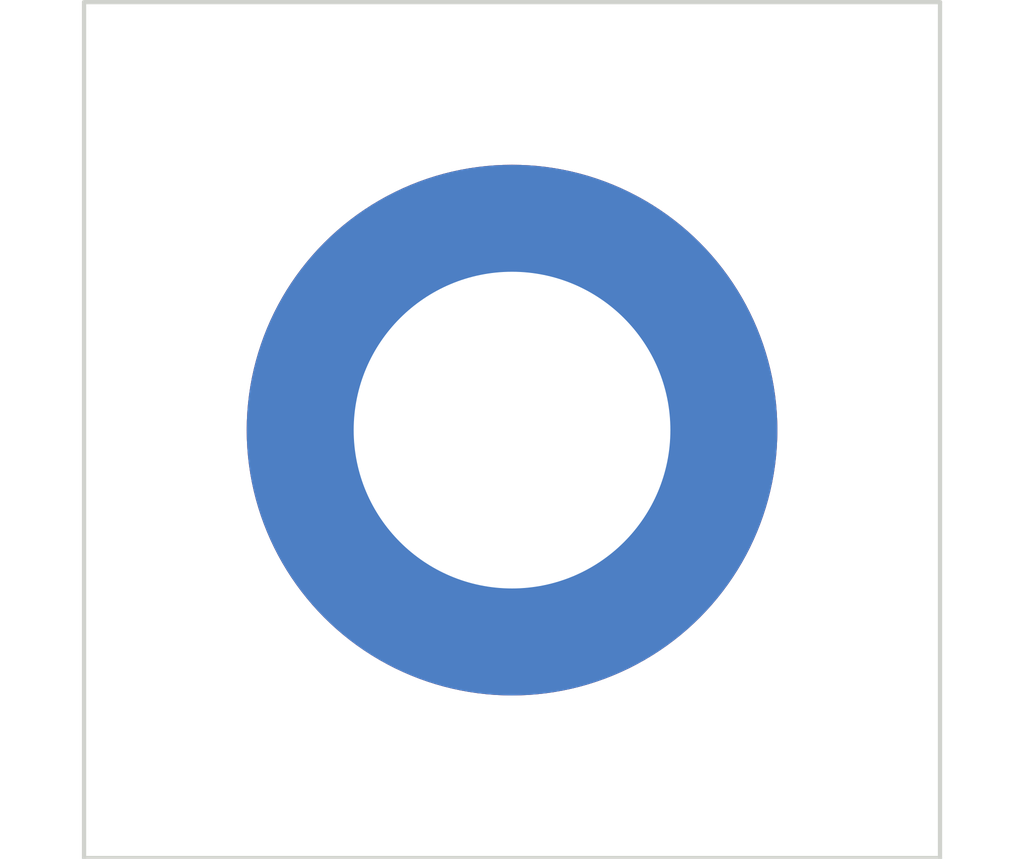
<source format=kicad_pcb>
(kicad_pcb (version 20171130) (host pcbnew 5.1.5-52549c5~84~ubuntu18.04.1)

  (general
    (thickness 1.6)
    (drawings 4)
    (tracks 0)
    (zones 0)
    (modules 1)
    (nets 1)
  )

  (page A4)
  (layers
    (0 F.Cu signal)
    (31 B.Cu signal)
    (32 B.Adhes user)
    (33 F.Adhes user)
    (34 B.Paste user)
    (35 F.Paste user)
    (36 B.SilkS user)
    (37 F.SilkS user)
    (38 B.Mask user)
    (39 F.Mask user)
    (40 Dwgs.User user)
    (41 Cmts.User user)
    (42 Eco1.User user)
    (43 Eco2.User user)
    (44 Edge.Cuts user)
    (45 Margin user)
    (46 B.CrtYd user)
    (47 F.CrtYd user)
    (48 B.Fab user)
    (49 F.Fab user)
  )

  (setup
    (last_trace_width 0.25)
    (trace_clearance 0.2)
    (zone_clearance 0.508)
    (zone_45_only no)
    (trace_min 0.2)
    (via_size 0.8)
    (via_drill 0.4)
    (via_min_size 0.4)
    (via_min_drill 0.3)
    (uvia_size 0.3)
    (uvia_drill 0.1)
    (uvias_allowed no)
    (uvia_min_size 0.2)
    (uvia_min_drill 0.1)
    (edge_width 0.05)
    (segment_width 0.2)
    (pcb_text_width 0.3)
    (pcb_text_size 1.5 1.5)
    (mod_edge_width 0.12)
    (mod_text_size 1 1)
    (mod_text_width 0.15)
    (pad_size 1.524 1.524)
    (pad_drill 0.762)
    (pad_to_mask_clearance 0.051)
    (solder_mask_min_width 0.25)
    (aux_axis_origin 0 0)
    (visible_elements FFFFFF7F)
    (pcbplotparams
      (layerselection 0x010c0_ffffffff)
      (usegerberextensions false)
      (usegerberattributes false)
      (usegerberadvancedattributes false)
      (creategerberjobfile false)
      (excludeedgelayer true)
      (linewidth 0.100000)
      (plotframeref false)
      (viasonmask false)
      (mode 1)
      (useauxorigin false)
      (hpglpennumber 1)
      (hpglpenspeed 20)
      (hpglpendiameter 15.000000)
      (psnegative false)
      (psa4output false)
      (plotreference true)
      (plotvalue true)
      (plotinvisibletext false)
      (padsonsilk false)
      (subtractmaskfromsilk false)
      (outputformat 1)
      (mirror false)
      (drillshape 0)
      (scaleselection 1)
      (outputdirectory "gerbers/"))
  )

  (net 0 "")

  (net_class Default "This is the default net class."
    (clearance 0.2)
    (trace_width 0.25)
    (via_dia 0.8)
    (via_drill 0.4)
    (uvia_dia 0.3)
    (uvia_drill 0.1)
  )

  (module PurpleDrop:Keystone-4929 (layer F.Cu) (tedit 5E6155CE) (tstamp 5E630A69)
    (at 205 55)
    (fp_text reference REF** (at 0 -6.35) (layer F.SilkS) hide
      (effects (font (size 1 1) (thickness 0.15)))
    )
    (fp_text value Keystone-4929 (at 0 3.81) (layer F.Fab)
      (effects (font (size 1 1) (thickness 0.15)))
    )
    (pad 1 thru_hole circle (at 0 0) (size 6.2 6.2) (drill 3.7) (layers *.Cu *.Mask))
  )

  (gr_line (start 200 60) (end 200 50) (layer Edge.Cuts) (width 0.05) (tstamp 5E62B59C))
  (gr_line (start 210 60) (end 200 60) (layer Edge.Cuts) (width 0.05))
  (gr_line (start 210 50) (end 210 60) (layer Edge.Cuts) (width 0.05))
  (gr_line (start 200 50) (end 210 50) (layer Edge.Cuts) (width 0.05))

  (zone (net 0) (net_name "") (layer F.Mask) (tstamp 5E630A84) (hatch edge 0.508)
    (connect_pads (clearance 0.508))
    (min_thickness 0.254)
    (fill yes (arc_segments 32) (thermal_gap 0.508) (thermal_bridge_width 0.508))
    (polygon
      (pts
        (xy 210 60) (xy 200 60) (xy 200 50) (xy 210 50)
      )
    )
    (filled_polygon
      (pts
        (xy 209.873 59.873) (xy 200.127 59.873) (xy 200.127 50.127) (xy 209.873 50.127)
      )
    )
  )
  (zone (net 0) (net_name "") (layer B.Mask) (tstamp 5E630A81) (hatch edge 0.508)
    (connect_pads (clearance 0.508))
    (min_thickness 0.254)
    (fill yes (arc_segments 32) (thermal_gap 0.508) (thermal_bridge_width 0.508))
    (polygon
      (pts
        (xy 210 60) (xy 200 60) (xy 200 50) (xy 210 50)
      )
    )
    (filled_polygon
      (pts
        (xy 209.873 59.873) (xy 200.127 59.873) (xy 200.127 50.127) (xy 209.873 50.127)
      )
    )
  )
)

</source>
